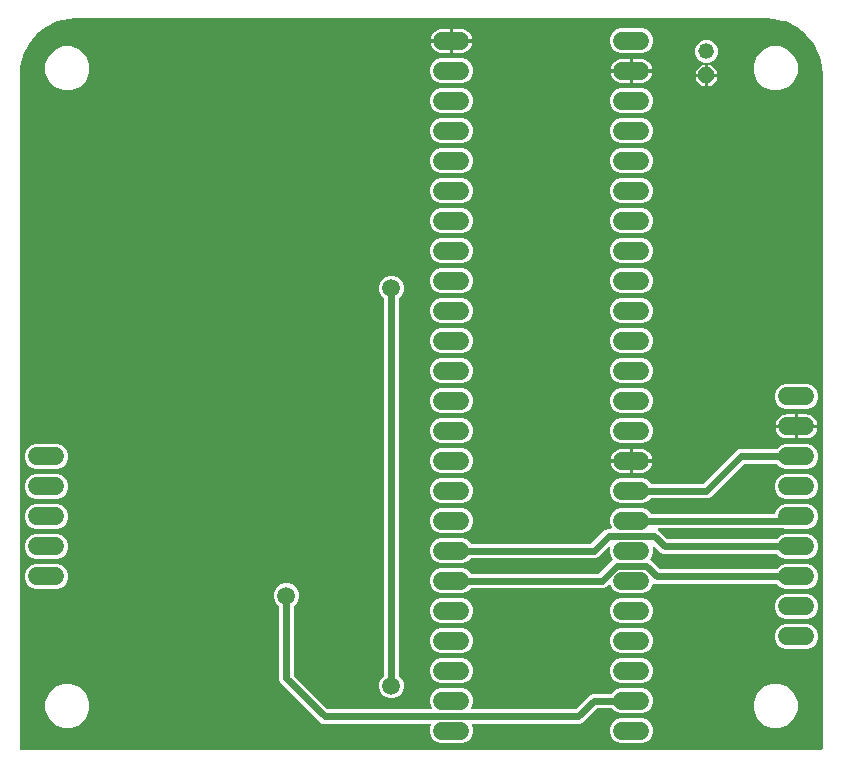
<source format=gbr>
G04 EAGLE Gerber RS-274X export*
G75*
%MOMM*%
%FSLAX34Y34*%
%LPD*%
%INBottom Copper*%
%IPPOS*%
%AMOC8*
5,1,8,0,0,1.08239X$1,22.5*%
G01*
%ADD10P,1.429621X8X292.500000*%
%ADD11C,1.320800*%
%ADD12C,1.524000*%
%ADD13C,1.500000*%
%ADD14C,0.609600*%

G36*
X338910Y3052D02*
X338910Y3052D01*
X338929Y3050D01*
X339031Y3072D01*
X339133Y3088D01*
X339150Y3098D01*
X339170Y3102D01*
X339259Y3155D01*
X339350Y3204D01*
X339364Y3218D01*
X339381Y3228D01*
X339448Y3307D01*
X339520Y3382D01*
X339528Y3400D01*
X339541Y3415D01*
X339580Y3511D01*
X339623Y3605D01*
X339625Y3625D01*
X339633Y3643D01*
X339651Y3810D01*
X339651Y575350D01*
X339649Y575366D01*
X339650Y575393D01*
X339360Y580564D01*
X339353Y580596D01*
X339342Y580691D01*
X337040Y590775D01*
X337040Y590776D01*
X337040Y590778D01*
X336984Y590936D01*
X332496Y600255D01*
X332495Y600256D01*
X332495Y600257D01*
X332405Y600399D01*
X325956Y608486D01*
X325955Y608487D01*
X325955Y608488D01*
X325836Y608606D01*
X317749Y615055D01*
X317748Y615056D01*
X317747Y615057D01*
X317605Y615146D01*
X308286Y619634D01*
X308284Y619634D01*
X308283Y619635D01*
X308125Y619690D01*
X304998Y620404D01*
X304997Y620404D01*
X301662Y621165D01*
X298327Y621926D01*
X298041Y621992D01*
X298009Y621994D01*
X297914Y622010D01*
X292743Y622300D01*
X292726Y622298D01*
X292700Y622301D01*
X-292900Y622301D01*
X-292916Y622299D01*
X-292943Y622300D01*
X-298114Y622010D01*
X-298146Y622003D01*
X-298241Y621992D01*
X-308325Y619690D01*
X-308326Y619690D01*
X-308328Y619690D01*
X-308486Y619634D01*
X-317805Y615146D01*
X-317806Y615145D01*
X-317807Y615145D01*
X-317949Y615055D01*
X-326036Y608606D01*
X-326037Y608605D01*
X-326038Y608605D01*
X-326156Y608486D01*
X-332605Y600399D01*
X-332606Y600398D01*
X-332607Y600397D01*
X-332696Y600255D01*
X-337184Y590936D01*
X-337184Y590934D01*
X-337185Y590933D01*
X-337240Y590775D01*
X-339542Y580691D01*
X-339544Y580659D01*
X-339560Y580564D01*
X-339850Y575393D01*
X-339848Y575376D01*
X-339851Y575350D01*
X-339851Y3810D01*
X-339848Y3790D01*
X-339850Y3771D01*
X-339828Y3669D01*
X-339812Y3567D01*
X-339802Y3550D01*
X-339798Y3530D01*
X-339745Y3441D01*
X-339696Y3350D01*
X-339682Y3336D01*
X-339672Y3319D01*
X-339593Y3252D01*
X-339518Y3180D01*
X-339500Y3172D01*
X-339485Y3159D01*
X-339389Y3120D01*
X-339295Y3077D01*
X-339275Y3075D01*
X-339257Y3067D01*
X-339090Y3049D01*
X338890Y3049D01*
X338910Y3052D01*
G37*
%LPC*%
G36*
X15658Y135381D02*
X15658Y135381D01*
X11737Y137005D01*
X8735Y140007D01*
X7111Y143928D01*
X7111Y148172D01*
X8735Y152093D01*
X11737Y155095D01*
X15658Y156719D01*
X35142Y156719D01*
X39063Y155095D01*
X41788Y152370D01*
X41862Y152317D01*
X41932Y152257D01*
X41962Y152245D01*
X41988Y152226D01*
X42075Y152199D01*
X42160Y152165D01*
X42201Y152161D01*
X42223Y152154D01*
X42255Y152155D01*
X42326Y152147D01*
X150097Y152147D01*
X150187Y152161D01*
X150278Y152169D01*
X150308Y152181D01*
X150340Y152186D01*
X150421Y152229D01*
X150505Y152265D01*
X150537Y152291D01*
X150557Y152302D01*
X150580Y152325D01*
X150635Y152370D01*
X161689Y163423D01*
X161692Y163425D01*
X161735Y163441D01*
X161796Y163489D01*
X161862Y163530D01*
X161891Y163566D01*
X161927Y163594D01*
X161969Y163660D01*
X162019Y163720D01*
X162035Y163763D01*
X162060Y163801D01*
X162079Y163877D01*
X162107Y163949D01*
X162109Y163995D01*
X162120Y164040D01*
X162114Y164117D01*
X162117Y164195D01*
X162104Y164239D01*
X162101Y164285D01*
X162070Y164357D01*
X162049Y164431D01*
X162023Y164469D01*
X162005Y164511D01*
X161919Y164618D01*
X161909Y164633D01*
X161904Y164636D01*
X161900Y164642D01*
X161135Y165407D01*
X159511Y169328D01*
X159511Y173572D01*
X159968Y174675D01*
X159990Y174770D01*
X160019Y174863D01*
X160018Y174889D01*
X160024Y174914D01*
X160015Y175011D01*
X160012Y175108D01*
X160004Y175133D01*
X160001Y175159D01*
X159961Y175248D01*
X159928Y175339D01*
X159912Y175360D01*
X159901Y175384D01*
X159835Y175456D01*
X159774Y175532D01*
X159752Y175546D01*
X159735Y175565D01*
X159649Y175612D01*
X159567Y175665D01*
X159542Y175671D01*
X159519Y175684D01*
X159423Y175701D01*
X159329Y175725D01*
X159303Y175723D01*
X159277Y175727D01*
X159181Y175713D01*
X159084Y175705D01*
X159060Y175695D01*
X159034Y175691D01*
X158947Y175647D01*
X158857Y175609D01*
X158832Y175589D01*
X158814Y175580D01*
X158791Y175556D01*
X158726Y175504D01*
X149504Y166281D01*
X147263Y165353D01*
X42326Y165353D01*
X42236Y165339D01*
X42145Y165331D01*
X42116Y165319D01*
X42084Y165314D01*
X42003Y165271D01*
X41919Y165235D01*
X41887Y165209D01*
X41866Y165198D01*
X41844Y165175D01*
X41788Y165130D01*
X39063Y162405D01*
X35142Y160781D01*
X15658Y160781D01*
X11737Y162405D01*
X8735Y165407D01*
X7111Y169328D01*
X7111Y173572D01*
X8735Y177493D01*
X11737Y180495D01*
X15658Y182119D01*
X35142Y182119D01*
X39063Y180495D01*
X41788Y177770D01*
X41862Y177717D01*
X41932Y177657D01*
X41962Y177645D01*
X41988Y177626D01*
X42075Y177599D01*
X42160Y177565D01*
X42201Y177561D01*
X42223Y177554D01*
X42255Y177555D01*
X42326Y177547D01*
X143209Y177547D01*
X143299Y177561D01*
X143390Y177569D01*
X143420Y177581D01*
X143452Y177586D01*
X143533Y177629D01*
X143617Y177665D01*
X143649Y177691D01*
X143669Y177702D01*
X143692Y177725D01*
X143748Y177770D01*
X155296Y189319D01*
X157537Y190247D01*
X160228Y190247D01*
X160273Y190254D01*
X160319Y190252D01*
X160394Y190274D01*
X160471Y190286D01*
X160511Y190308D01*
X160555Y190321D01*
X160619Y190365D01*
X160688Y190402D01*
X160720Y190435D01*
X160758Y190461D01*
X160804Y190524D01*
X160858Y190580D01*
X160877Y190622D01*
X160904Y190658D01*
X160928Y190732D01*
X160961Y190803D01*
X160966Y190849D01*
X160981Y190892D01*
X160980Y190970D01*
X160988Y191047D01*
X160979Y191092D01*
X160978Y191138D01*
X160940Y191270D01*
X160936Y191288D01*
X160934Y191292D01*
X160931Y191299D01*
X159511Y194728D01*
X159511Y198972D01*
X161135Y202893D01*
X164137Y205895D01*
X168058Y207519D01*
X187542Y207519D01*
X191463Y205895D01*
X194188Y203170D01*
X194262Y203117D01*
X194332Y203057D01*
X194362Y203045D01*
X194388Y203026D01*
X194475Y202999D01*
X194560Y202965D01*
X194601Y202961D01*
X194623Y202954D01*
X194655Y202955D01*
X194726Y202947D01*
X298837Y202947D01*
X298952Y202966D01*
X299068Y202983D01*
X299074Y202985D01*
X299080Y202986D01*
X299182Y203041D01*
X299287Y203094D01*
X299292Y203099D01*
X299297Y203102D01*
X299377Y203186D01*
X299459Y203270D01*
X299463Y203276D01*
X299467Y203280D01*
X299474Y203297D01*
X299540Y203417D01*
X300835Y206543D01*
X303837Y209545D01*
X307758Y211169D01*
X327242Y211169D01*
X331163Y209545D01*
X334165Y206543D01*
X335789Y202622D01*
X335789Y198378D01*
X334165Y194457D01*
X331163Y191455D01*
X327242Y189831D01*
X307758Y189831D01*
X305672Y190695D01*
X305608Y190710D01*
X305547Y190735D01*
X305464Y190744D01*
X305432Y190751D01*
X305413Y190750D01*
X305380Y190753D01*
X200667Y190753D01*
X200571Y190738D01*
X200474Y190728D01*
X200450Y190718D01*
X200424Y190714D01*
X200338Y190668D01*
X200249Y190628D01*
X200230Y190611D01*
X200207Y190598D01*
X200140Y190528D01*
X200068Y190462D01*
X200055Y190439D01*
X200037Y190420D01*
X199996Y190332D01*
X199949Y190246D01*
X199945Y190221D01*
X199934Y190197D01*
X199923Y190100D01*
X199906Y190004D01*
X199910Y189978D01*
X199907Y189953D01*
X199927Y189857D01*
X199942Y189761D01*
X199953Y189738D01*
X199959Y189712D01*
X200009Y189628D01*
X200053Y189542D01*
X200072Y189523D01*
X200085Y189501D01*
X200159Y189438D01*
X200229Y189369D01*
X200257Y189354D01*
X200272Y189341D01*
X200287Y189335D01*
X208202Y181420D01*
X208276Y181367D01*
X208346Y181307D01*
X208376Y181295D01*
X208402Y181276D01*
X208489Y181249D01*
X208574Y181215D01*
X208615Y181211D01*
X208637Y181204D01*
X208669Y181205D01*
X208741Y181197D01*
X300574Y181197D01*
X300664Y181211D01*
X300755Y181219D01*
X300784Y181231D01*
X300816Y181236D01*
X300897Y181279D01*
X300981Y181315D01*
X301013Y181341D01*
X301034Y181352D01*
X301056Y181375D01*
X301112Y181420D01*
X303837Y184145D01*
X307758Y185769D01*
X327242Y185769D01*
X331163Y184145D01*
X334165Y181143D01*
X335789Y177222D01*
X335789Y172978D01*
X334165Y169057D01*
X331163Y166055D01*
X327242Y164431D01*
X307758Y164431D01*
X303837Y166055D01*
X301112Y168780D01*
X301038Y168833D01*
X300968Y168893D01*
X300938Y168905D01*
X300912Y168924D01*
X300825Y168951D01*
X300740Y168985D01*
X300699Y168989D01*
X300677Y168996D01*
X300645Y168995D01*
X300574Y169003D01*
X204687Y169003D01*
X202446Y169931D01*
X196874Y175504D01*
X196795Y175561D01*
X196720Y175623D01*
X196695Y175633D01*
X196674Y175648D01*
X196581Y175677D01*
X196490Y175711D01*
X196464Y175713D01*
X196439Y175720D01*
X196341Y175718D01*
X196244Y175722D01*
X196219Y175715D01*
X196193Y175714D01*
X196101Y175680D01*
X196008Y175653D01*
X195986Y175638D01*
X195962Y175629D01*
X195886Y175569D01*
X195806Y175513D01*
X195790Y175492D01*
X195770Y175476D01*
X195717Y175394D01*
X195659Y175316D01*
X195651Y175291D01*
X195637Y175269D01*
X195613Y175174D01*
X195583Y175082D01*
X195583Y175056D01*
X195577Y175030D01*
X195584Y174933D01*
X195585Y174836D01*
X195594Y174804D01*
X195596Y174785D01*
X195609Y174755D01*
X195632Y174675D01*
X196089Y173572D01*
X196089Y169328D01*
X194465Y165407D01*
X193700Y164642D01*
X193673Y164605D01*
X193640Y164574D01*
X193602Y164506D01*
X193557Y164443D01*
X193543Y164399D01*
X193521Y164358D01*
X193507Y164282D01*
X193484Y164208D01*
X193486Y164162D01*
X193477Y164116D01*
X193489Y164039D01*
X193491Y163962D01*
X193507Y163918D01*
X193513Y163873D01*
X193548Y163804D01*
X193575Y163731D01*
X193604Y163695D01*
X193625Y163654D01*
X193680Y163599D01*
X193729Y163539D01*
X193768Y163514D01*
X193800Y163482D01*
X193917Y163418D01*
X201315Y156020D01*
X201388Y155967D01*
X201458Y155907D01*
X201488Y155895D01*
X201514Y155876D01*
X201601Y155849D01*
X201686Y155815D01*
X201727Y155811D01*
X201749Y155804D01*
X201782Y155805D01*
X201853Y155797D01*
X300574Y155797D01*
X300664Y155811D01*
X300755Y155819D01*
X300784Y155831D01*
X300816Y155836D01*
X300897Y155879D01*
X300981Y155915D01*
X301013Y155941D01*
X301034Y155952D01*
X301056Y155975D01*
X301112Y156020D01*
X303837Y158745D01*
X307758Y160369D01*
X327242Y160369D01*
X331163Y158745D01*
X334165Y155743D01*
X335789Y151822D01*
X335789Y147578D01*
X334165Y143657D01*
X331163Y140655D01*
X327242Y139031D01*
X307758Y139031D01*
X303837Y140655D01*
X301112Y143380D01*
X301038Y143433D01*
X300968Y143493D01*
X300938Y143505D01*
X300912Y143524D01*
X300825Y143551D01*
X300740Y143585D01*
X300699Y143589D01*
X300677Y143596D01*
X300645Y143595D01*
X300574Y143603D01*
X197799Y143603D01*
X196928Y143964D01*
X196908Y143969D01*
X196891Y143978D01*
X196789Y143997D01*
X196688Y144020D01*
X196669Y144019D01*
X196649Y144022D01*
X196546Y144007D01*
X196443Y143997D01*
X196425Y143989D01*
X196406Y143986D01*
X196313Y143939D01*
X196219Y143897D01*
X196204Y143884D01*
X196186Y143875D01*
X196114Y143801D01*
X196038Y143731D01*
X196028Y143714D01*
X196014Y143699D01*
X195933Y143552D01*
X194465Y140007D01*
X191463Y137005D01*
X187542Y135381D01*
X168058Y135381D01*
X164137Y137005D01*
X161135Y140007D01*
X159926Y142927D01*
X159902Y142966D01*
X159886Y143009D01*
X159837Y143070D01*
X159796Y143136D01*
X159761Y143166D01*
X159732Y143201D01*
X159667Y143243D01*
X159607Y143293D01*
X159564Y143310D01*
X159525Y143334D01*
X159450Y143353D01*
X159377Y143381D01*
X159331Y143383D01*
X159287Y143394D01*
X159209Y143388D01*
X159131Y143392D01*
X159087Y143379D01*
X159041Y143375D01*
X158970Y143345D01*
X158895Y143323D01*
X158857Y143297D01*
X158815Y143279D01*
X158708Y143194D01*
X158693Y143183D01*
X158690Y143179D01*
X158684Y143174D01*
X156391Y140881D01*
X154151Y139953D01*
X42326Y139953D01*
X42236Y139939D01*
X42145Y139931D01*
X42116Y139919D01*
X42084Y139914D01*
X42003Y139871D01*
X41919Y139835D01*
X41887Y139809D01*
X41866Y139798D01*
X41844Y139775D01*
X41788Y139730D01*
X39063Y137005D01*
X35142Y135381D01*
X15658Y135381D01*
G37*
%LPD*%
%LPC*%
G36*
X15658Y8381D02*
X15658Y8381D01*
X11737Y10005D01*
X8735Y13007D01*
X7111Y16928D01*
X7111Y21172D01*
X8321Y24093D01*
X8330Y24133D01*
X8342Y24159D01*
X8343Y24162D01*
X8351Y24179D01*
X8359Y24256D01*
X8377Y24332D01*
X8373Y24378D01*
X8378Y24423D01*
X8361Y24500D01*
X8354Y24577D01*
X8335Y24619D01*
X8326Y24664D01*
X8286Y24731D01*
X8254Y24802D01*
X8223Y24836D01*
X8199Y24875D01*
X8140Y24926D01*
X8088Y24983D01*
X8047Y25005D01*
X8013Y25035D01*
X7940Y25064D01*
X7872Y25101D01*
X7827Y25110D01*
X7784Y25127D01*
X7648Y25142D01*
X7630Y25145D01*
X7625Y25144D01*
X7618Y25145D01*
X-83255Y25145D01*
X-85496Y26073D01*
X-119469Y60046D01*
X-120397Y62287D01*
X-120397Y124213D01*
X-120411Y124303D01*
X-120419Y124394D01*
X-120431Y124424D01*
X-120436Y124456D01*
X-120479Y124537D01*
X-120515Y124621D01*
X-120541Y124653D01*
X-120552Y124673D01*
X-120575Y124696D01*
X-120620Y124752D01*
X-123243Y127375D01*
X-124849Y131252D01*
X-124849Y135448D01*
X-123243Y139325D01*
X-120275Y142293D01*
X-116398Y143899D01*
X-112202Y143899D01*
X-108325Y142293D01*
X-105357Y139325D01*
X-103751Y135448D01*
X-103751Y131252D01*
X-105357Y127375D01*
X-107980Y124752D01*
X-108033Y124678D01*
X-108093Y124608D01*
X-108105Y124578D01*
X-108124Y124552D01*
X-108151Y124465D01*
X-108185Y124380D01*
X-108189Y124339D01*
X-108196Y124317D01*
X-108195Y124285D01*
X-108203Y124213D01*
X-108203Y66341D01*
X-108189Y66251D01*
X-108181Y66160D01*
X-108169Y66130D01*
X-108164Y66098D01*
X-108121Y66017D01*
X-108085Y65933D01*
X-108059Y65901D01*
X-108048Y65881D01*
X-108025Y65858D01*
X-107980Y65802D01*
X-79740Y37562D01*
X-79666Y37509D01*
X-79596Y37449D01*
X-79566Y37437D01*
X-79540Y37418D01*
X-79453Y37391D01*
X-79368Y37357D01*
X-79327Y37353D01*
X-79305Y37346D01*
X-79273Y37347D01*
X-79201Y37339D01*
X8039Y37339D01*
X8084Y37346D01*
X8130Y37344D01*
X8205Y37366D01*
X8281Y37378D01*
X8322Y37400D01*
X8366Y37413D01*
X8430Y37457D01*
X8499Y37494D01*
X8530Y37527D01*
X8568Y37553D01*
X8614Y37616D01*
X8668Y37672D01*
X8687Y37714D01*
X8715Y37750D01*
X8739Y37824D01*
X8772Y37895D01*
X8777Y37941D01*
X8791Y37984D01*
X8790Y38062D01*
X8799Y38139D01*
X8789Y38184D01*
X8789Y38230D01*
X8750Y38362D01*
X8747Y38380D01*
X8744Y38384D01*
X8742Y38391D01*
X7111Y42328D01*
X7111Y46572D01*
X8735Y50493D01*
X11737Y53495D01*
X15658Y55119D01*
X35142Y55119D01*
X39063Y53495D01*
X42065Y50493D01*
X43689Y46572D01*
X43689Y42328D01*
X42058Y38391D01*
X42048Y38347D01*
X42028Y38305D01*
X42020Y38228D01*
X42002Y38152D01*
X42006Y38106D01*
X42001Y38061D01*
X42018Y37984D01*
X42025Y37907D01*
X42044Y37865D01*
X42053Y37820D01*
X42093Y37753D01*
X42125Y37682D01*
X42156Y37648D01*
X42180Y37609D01*
X42239Y37558D01*
X42291Y37501D01*
X42332Y37479D01*
X42367Y37449D01*
X42439Y37420D01*
X42507Y37383D01*
X42552Y37374D01*
X42595Y37357D01*
X42731Y37342D01*
X42749Y37339D01*
X42754Y37340D01*
X42761Y37339D01*
X130001Y37339D01*
X130091Y37353D01*
X130182Y37361D01*
X130212Y37373D01*
X130244Y37378D01*
X130325Y37421D01*
X130409Y37457D01*
X130441Y37483D01*
X130461Y37494D01*
X130484Y37517D01*
X130540Y37562D01*
X142596Y49619D01*
X144837Y50547D01*
X160874Y50547D01*
X160964Y50561D01*
X161055Y50569D01*
X161084Y50581D01*
X161116Y50586D01*
X161197Y50629D01*
X161281Y50665D01*
X161313Y50691D01*
X161334Y50702D01*
X161356Y50725D01*
X161412Y50770D01*
X164137Y53495D01*
X168058Y55119D01*
X187542Y55119D01*
X191463Y53495D01*
X194465Y50493D01*
X196089Y46572D01*
X196089Y42328D01*
X194465Y38407D01*
X191463Y35405D01*
X187542Y33781D01*
X168058Y33781D01*
X164137Y35405D01*
X161412Y38130D01*
X161338Y38183D01*
X161268Y38243D01*
X161238Y38255D01*
X161212Y38274D01*
X161125Y38301D01*
X161040Y38335D01*
X160999Y38339D01*
X160977Y38346D01*
X160945Y38345D01*
X160874Y38353D01*
X148891Y38353D01*
X148801Y38339D01*
X148710Y38331D01*
X148680Y38319D01*
X148648Y38314D01*
X148567Y38271D01*
X148483Y38235D01*
X148451Y38209D01*
X148431Y38198D01*
X148408Y38175D01*
X148352Y38130D01*
X136296Y26073D01*
X134055Y25145D01*
X43182Y25145D01*
X43137Y25138D01*
X43091Y25140D01*
X43016Y25118D01*
X42940Y25106D01*
X42899Y25084D01*
X42855Y25071D01*
X42791Y25027D01*
X42722Y24990D01*
X42691Y24957D01*
X42653Y24931D01*
X42606Y24868D01*
X42553Y24812D01*
X42533Y24770D01*
X42506Y24734D01*
X42482Y24660D01*
X42449Y24589D01*
X42444Y24543D01*
X42430Y24500D01*
X42431Y24422D01*
X42422Y24345D01*
X42432Y24300D01*
X42432Y24254D01*
X42470Y24122D01*
X42474Y24104D01*
X42477Y24100D01*
X42479Y24093D01*
X43689Y21172D01*
X43689Y16928D01*
X42065Y13007D01*
X39063Y10005D01*
X35142Y8381D01*
X15658Y8381D01*
G37*
%LPD*%
%LPC*%
G36*
X-27498Y46601D02*
X-27498Y46601D01*
X-31375Y48207D01*
X-34343Y51175D01*
X-35949Y55052D01*
X-35949Y59248D01*
X-34343Y63125D01*
X-31720Y65748D01*
X-31667Y65822D01*
X-31607Y65892D01*
X-31595Y65922D01*
X-31576Y65948D01*
X-31549Y66035D01*
X-31515Y66120D01*
X-31511Y66161D01*
X-31504Y66183D01*
X-31505Y66215D01*
X-31497Y66287D01*
X-31497Y384563D01*
X-31511Y384653D01*
X-31519Y384744D01*
X-31531Y384774D01*
X-31536Y384806D01*
X-31579Y384887D01*
X-31615Y384971D01*
X-31641Y385003D01*
X-31652Y385023D01*
X-31675Y385046D01*
X-31720Y385102D01*
X-34343Y387725D01*
X-35949Y391602D01*
X-35949Y395798D01*
X-34343Y399675D01*
X-31375Y402643D01*
X-27498Y404249D01*
X-23302Y404249D01*
X-19425Y402643D01*
X-16457Y399675D01*
X-14851Y395798D01*
X-14851Y391602D01*
X-16457Y387725D01*
X-19080Y385102D01*
X-19133Y385028D01*
X-19193Y384958D01*
X-19205Y384928D01*
X-19224Y384902D01*
X-19251Y384815D01*
X-19285Y384730D01*
X-19289Y384689D01*
X-19296Y384667D01*
X-19295Y384635D01*
X-19303Y384563D01*
X-19303Y66287D01*
X-19289Y66197D01*
X-19281Y66106D01*
X-19269Y66076D01*
X-19264Y66044D01*
X-19221Y65963D01*
X-19185Y65879D01*
X-19159Y65847D01*
X-19148Y65827D01*
X-19125Y65804D01*
X-19080Y65748D01*
X-16457Y63125D01*
X-14851Y59248D01*
X-14851Y55052D01*
X-16457Y51175D01*
X-19425Y48207D01*
X-23302Y46601D01*
X-27498Y46601D01*
G37*
%LPD*%
%LPC*%
G36*
X168058Y211581D02*
X168058Y211581D01*
X164137Y213205D01*
X161135Y216207D01*
X159511Y220128D01*
X159511Y224372D01*
X161135Y228293D01*
X164137Y231295D01*
X168058Y232919D01*
X187542Y232919D01*
X191463Y231295D01*
X194188Y228570D01*
X194262Y228517D01*
X194332Y228457D01*
X194362Y228445D01*
X194388Y228426D01*
X194475Y228399D01*
X194560Y228365D01*
X194601Y228361D01*
X194623Y228354D01*
X194655Y228355D01*
X194726Y228347D01*
X238459Y228347D01*
X238549Y228361D01*
X238640Y228369D01*
X238670Y228381D01*
X238702Y228386D01*
X238783Y228429D01*
X238867Y228465D01*
X238899Y228491D01*
X238919Y228502D01*
X238942Y228525D01*
X238998Y228570D01*
X266896Y256469D01*
X269137Y257397D01*
X300574Y257397D01*
X300664Y257411D01*
X300755Y257419D01*
X300784Y257431D01*
X300816Y257436D01*
X300897Y257479D01*
X300981Y257515D01*
X301013Y257541D01*
X301034Y257552D01*
X301056Y257575D01*
X301112Y257620D01*
X303837Y260345D01*
X307758Y261969D01*
X327242Y261969D01*
X331163Y260345D01*
X334165Y257343D01*
X335789Y253422D01*
X335789Y249178D01*
X334165Y245257D01*
X331163Y242255D01*
X327242Y240631D01*
X307758Y240631D01*
X303837Y242255D01*
X301112Y244980D01*
X301038Y245033D01*
X300968Y245093D01*
X300938Y245105D01*
X300912Y245124D01*
X300825Y245151D01*
X300740Y245185D01*
X300699Y245189D01*
X300677Y245196D01*
X300645Y245195D01*
X300574Y245203D01*
X273191Y245203D01*
X273101Y245189D01*
X273010Y245181D01*
X272980Y245169D01*
X272948Y245164D01*
X272867Y245121D01*
X272783Y245085D01*
X272751Y245059D01*
X272731Y245048D01*
X272708Y245025D01*
X272652Y244980D01*
X244754Y217081D01*
X242513Y216153D01*
X194726Y216153D01*
X194636Y216139D01*
X194545Y216131D01*
X194516Y216119D01*
X194484Y216114D01*
X194403Y216071D01*
X194319Y216035D01*
X194287Y216009D01*
X194266Y215998D01*
X194244Y215975D01*
X194188Y215930D01*
X191463Y213205D01*
X187542Y211581D01*
X168058Y211581D01*
G37*
%LPD*%
%LPC*%
G36*
X-303690Y561451D02*
X-303690Y561451D01*
X-310507Y564275D01*
X-315725Y569493D01*
X-318549Y576310D01*
X-318549Y583690D01*
X-315725Y590507D01*
X-310507Y595725D01*
X-303690Y598549D01*
X-296310Y598549D01*
X-289493Y595725D01*
X-284275Y590507D01*
X-281451Y583690D01*
X-281451Y576310D01*
X-284275Y569493D01*
X-289493Y564275D01*
X-296310Y561451D01*
X-303690Y561451D01*
G37*
%LPD*%
%LPC*%
G36*
X-303690Y21451D02*
X-303690Y21451D01*
X-310507Y24275D01*
X-315725Y29493D01*
X-318549Y36310D01*
X-318549Y43690D01*
X-315725Y50507D01*
X-310507Y55725D01*
X-303690Y58549D01*
X-296310Y58549D01*
X-289493Y55725D01*
X-284275Y50507D01*
X-281451Y43690D01*
X-281451Y36310D01*
X-284275Y29493D01*
X-289493Y24275D01*
X-296310Y21451D01*
X-303690Y21451D01*
G37*
%LPD*%
%LPC*%
G36*
X296310Y21451D02*
X296310Y21451D01*
X289493Y24275D01*
X284275Y29493D01*
X281451Y36310D01*
X281451Y43690D01*
X284275Y50507D01*
X289493Y55725D01*
X296310Y58549D01*
X303690Y58549D01*
X310507Y55725D01*
X315725Y50507D01*
X318549Y43690D01*
X318549Y36310D01*
X315725Y29493D01*
X310507Y24275D01*
X303690Y21451D01*
X296310Y21451D01*
G37*
%LPD*%
%LPC*%
G36*
X296310Y561451D02*
X296310Y561451D01*
X289493Y564275D01*
X284275Y569493D01*
X281451Y576310D01*
X281451Y583690D01*
X284275Y590507D01*
X289493Y595725D01*
X296310Y598549D01*
X303690Y598549D01*
X310507Y595725D01*
X315725Y590507D01*
X318549Y583690D01*
X318549Y576310D01*
X315725Y569493D01*
X310507Y564275D01*
X303690Y561451D01*
X296310Y561451D01*
G37*
%LPD*%
%LPC*%
G36*
X168058Y592581D02*
X168058Y592581D01*
X164137Y594205D01*
X161135Y597207D01*
X159511Y601128D01*
X159511Y605372D01*
X161135Y609293D01*
X164137Y612295D01*
X168058Y613919D01*
X187542Y613919D01*
X191463Y612295D01*
X194465Y609293D01*
X196089Y605372D01*
X196089Y601128D01*
X194465Y597207D01*
X191463Y594205D01*
X187542Y592581D01*
X168058Y592581D01*
G37*
%LPD*%
%LPC*%
G36*
X15658Y186181D02*
X15658Y186181D01*
X11737Y187805D01*
X8735Y190807D01*
X7111Y194728D01*
X7111Y198972D01*
X8735Y202893D01*
X11737Y205895D01*
X15658Y207519D01*
X35142Y207519D01*
X39063Y205895D01*
X42065Y202893D01*
X43689Y198972D01*
X43689Y194728D01*
X42065Y190807D01*
X39063Y187805D01*
X35142Y186181D01*
X15658Y186181D01*
G37*
%LPD*%
%LPC*%
G36*
X-327242Y164431D02*
X-327242Y164431D01*
X-331163Y166055D01*
X-334165Y169057D01*
X-335789Y172978D01*
X-335789Y177222D01*
X-334165Y181143D01*
X-331163Y184145D01*
X-327242Y185769D01*
X-307758Y185769D01*
X-303837Y184145D01*
X-300835Y181143D01*
X-299211Y177222D01*
X-299211Y172978D01*
X-300835Y169057D01*
X-303837Y166055D01*
X-307758Y164431D01*
X-327242Y164431D01*
G37*
%LPD*%
%LPC*%
G36*
X-327242Y139031D02*
X-327242Y139031D01*
X-331163Y140655D01*
X-334165Y143657D01*
X-335789Y147578D01*
X-335789Y151822D01*
X-334165Y155743D01*
X-331163Y158745D01*
X-327242Y160369D01*
X-307758Y160369D01*
X-303837Y158745D01*
X-300835Y155743D01*
X-299211Y151822D01*
X-299211Y147578D01*
X-300835Y143657D01*
X-303837Y140655D01*
X-307758Y139031D01*
X-327242Y139031D01*
G37*
%LPD*%
%LPC*%
G36*
X168058Y8381D02*
X168058Y8381D01*
X164137Y10005D01*
X161135Y13007D01*
X159511Y16928D01*
X159511Y21172D01*
X161135Y25093D01*
X164137Y28095D01*
X168058Y29719D01*
X187542Y29719D01*
X191463Y28095D01*
X194465Y25093D01*
X196089Y21172D01*
X196089Y16928D01*
X194465Y13007D01*
X191463Y10005D01*
X187542Y8381D01*
X168058Y8381D01*
G37*
%LPD*%
%LPC*%
G36*
X168058Y109981D02*
X168058Y109981D01*
X164137Y111605D01*
X161135Y114607D01*
X159511Y118528D01*
X159511Y122772D01*
X161135Y126693D01*
X164137Y129695D01*
X168058Y131319D01*
X187542Y131319D01*
X191463Y129695D01*
X194465Y126693D01*
X196089Y122772D01*
X196089Y118528D01*
X194465Y114607D01*
X191463Y111605D01*
X187542Y109981D01*
X168058Y109981D01*
G37*
%LPD*%
%LPC*%
G36*
X15658Y109981D02*
X15658Y109981D01*
X11737Y111605D01*
X8735Y114607D01*
X7111Y118528D01*
X7111Y122772D01*
X8735Y126693D01*
X11737Y129695D01*
X15658Y131319D01*
X35142Y131319D01*
X39063Y129695D01*
X42065Y126693D01*
X43689Y122772D01*
X43689Y118528D01*
X42065Y114607D01*
X39063Y111605D01*
X35142Y109981D01*
X15658Y109981D01*
G37*
%LPD*%
%LPC*%
G36*
X15658Y567181D02*
X15658Y567181D01*
X11737Y568805D01*
X8735Y571807D01*
X7111Y575728D01*
X7111Y579972D01*
X8735Y583893D01*
X11737Y586895D01*
X15658Y588519D01*
X35142Y588519D01*
X39063Y586895D01*
X42065Y583893D01*
X43689Y579972D01*
X43689Y575728D01*
X42065Y571807D01*
X39063Y568805D01*
X35142Y567181D01*
X15658Y567181D01*
G37*
%LPD*%
%LPC*%
G36*
X307758Y88231D02*
X307758Y88231D01*
X303837Y89855D01*
X300835Y92857D01*
X299211Y96778D01*
X299211Y101022D01*
X300835Y104943D01*
X303837Y107945D01*
X307758Y109569D01*
X327242Y109569D01*
X331163Y107945D01*
X334165Y104943D01*
X335789Y101022D01*
X335789Y96778D01*
X334165Y92857D01*
X331163Y89855D01*
X327242Y88231D01*
X307758Y88231D01*
G37*
%LPD*%
%LPC*%
G36*
X168058Y84581D02*
X168058Y84581D01*
X164137Y86205D01*
X161135Y89207D01*
X159511Y93128D01*
X159511Y97372D01*
X161135Y101293D01*
X164137Y104295D01*
X168058Y105919D01*
X187542Y105919D01*
X191463Y104295D01*
X194465Y101293D01*
X196089Y97372D01*
X196089Y93128D01*
X194465Y89207D01*
X191463Y86205D01*
X187542Y84581D01*
X168058Y84581D01*
G37*
%LPD*%
%LPC*%
G36*
X15658Y84581D02*
X15658Y84581D01*
X11737Y86205D01*
X8735Y89207D01*
X7111Y93128D01*
X7111Y97372D01*
X8735Y101293D01*
X11737Y104295D01*
X15658Y105919D01*
X35142Y105919D01*
X39063Y104295D01*
X42065Y101293D01*
X43689Y97372D01*
X43689Y93128D01*
X42065Y89207D01*
X39063Y86205D01*
X35142Y84581D01*
X15658Y84581D01*
G37*
%LPD*%
%LPC*%
G36*
X168058Y59181D02*
X168058Y59181D01*
X164137Y60805D01*
X161135Y63807D01*
X159511Y67728D01*
X159511Y71972D01*
X161135Y75893D01*
X164137Y78895D01*
X168058Y80519D01*
X187542Y80519D01*
X191463Y78895D01*
X194465Y75893D01*
X196089Y71972D01*
X196089Y67728D01*
X194465Y63807D01*
X191463Y60805D01*
X187542Y59181D01*
X168058Y59181D01*
G37*
%LPD*%
%LPC*%
G36*
X15658Y59181D02*
X15658Y59181D01*
X11737Y60805D01*
X8735Y63807D01*
X7111Y67728D01*
X7111Y71972D01*
X8735Y75893D01*
X11737Y78895D01*
X15658Y80519D01*
X35142Y80519D01*
X39063Y78895D01*
X42065Y75893D01*
X43689Y71972D01*
X43689Y67728D01*
X42065Y63807D01*
X39063Y60805D01*
X35142Y59181D01*
X15658Y59181D01*
G37*
%LPD*%
%LPC*%
G36*
X168058Y541781D02*
X168058Y541781D01*
X164137Y543405D01*
X161135Y546407D01*
X159511Y550328D01*
X159511Y554572D01*
X161135Y558493D01*
X164137Y561495D01*
X168058Y563119D01*
X187542Y563119D01*
X191463Y561495D01*
X194465Y558493D01*
X196089Y554572D01*
X196089Y550328D01*
X194465Y546407D01*
X191463Y543405D01*
X187542Y541781D01*
X168058Y541781D01*
G37*
%LPD*%
%LPC*%
G36*
X15658Y541781D02*
X15658Y541781D01*
X11737Y543405D01*
X8735Y546407D01*
X7111Y550328D01*
X7111Y554572D01*
X8735Y558493D01*
X11737Y561495D01*
X15658Y563119D01*
X35142Y563119D01*
X39063Y561495D01*
X42065Y558493D01*
X43689Y554572D01*
X43689Y550328D01*
X42065Y546407D01*
X39063Y543405D01*
X35142Y541781D01*
X15658Y541781D01*
G37*
%LPD*%
%LPC*%
G36*
X168058Y516381D02*
X168058Y516381D01*
X164137Y518005D01*
X161135Y521007D01*
X159511Y524928D01*
X159511Y529172D01*
X161135Y533093D01*
X164137Y536095D01*
X168058Y537719D01*
X187542Y537719D01*
X191463Y536095D01*
X194465Y533093D01*
X196089Y529172D01*
X196089Y524928D01*
X194465Y521007D01*
X191463Y518005D01*
X187542Y516381D01*
X168058Y516381D01*
G37*
%LPD*%
%LPC*%
G36*
X15658Y516381D02*
X15658Y516381D01*
X11737Y518005D01*
X8735Y521007D01*
X7111Y524928D01*
X7111Y529172D01*
X8735Y533093D01*
X11737Y536095D01*
X15658Y537719D01*
X35142Y537719D01*
X39063Y536095D01*
X42065Y533093D01*
X43689Y529172D01*
X43689Y524928D01*
X42065Y521007D01*
X39063Y518005D01*
X35142Y516381D01*
X15658Y516381D01*
G37*
%LPD*%
%LPC*%
G36*
X15658Y490981D02*
X15658Y490981D01*
X11737Y492605D01*
X8735Y495607D01*
X7111Y499528D01*
X7111Y503772D01*
X8735Y507693D01*
X11737Y510695D01*
X15658Y512319D01*
X35142Y512319D01*
X39063Y510695D01*
X42065Y507693D01*
X43689Y503772D01*
X43689Y499528D01*
X42065Y495607D01*
X39063Y492605D01*
X35142Y490981D01*
X15658Y490981D01*
G37*
%LPD*%
%LPC*%
G36*
X168058Y490981D02*
X168058Y490981D01*
X164137Y492605D01*
X161135Y495607D01*
X159511Y499528D01*
X159511Y503772D01*
X161135Y507693D01*
X164137Y510695D01*
X168058Y512319D01*
X187542Y512319D01*
X191463Y510695D01*
X194465Y507693D01*
X196089Y503772D01*
X196089Y499528D01*
X194465Y495607D01*
X191463Y492605D01*
X187542Y490981D01*
X168058Y490981D01*
G37*
%LPD*%
%LPC*%
G36*
X168058Y465581D02*
X168058Y465581D01*
X164137Y467205D01*
X161135Y470207D01*
X159511Y474128D01*
X159511Y478372D01*
X161135Y482293D01*
X164137Y485295D01*
X168058Y486919D01*
X187542Y486919D01*
X191463Y485295D01*
X194465Y482293D01*
X196089Y478372D01*
X196089Y474128D01*
X194465Y470207D01*
X191463Y467205D01*
X187542Y465581D01*
X168058Y465581D01*
G37*
%LPD*%
%LPC*%
G36*
X15658Y465581D02*
X15658Y465581D01*
X11737Y467205D01*
X8735Y470207D01*
X7111Y474128D01*
X7111Y478372D01*
X8735Y482293D01*
X11737Y485295D01*
X15658Y486919D01*
X35142Y486919D01*
X39063Y485295D01*
X42065Y482293D01*
X43689Y478372D01*
X43689Y474128D01*
X42065Y470207D01*
X39063Y467205D01*
X35142Y465581D01*
X15658Y465581D01*
G37*
%LPD*%
%LPC*%
G36*
X168058Y440181D02*
X168058Y440181D01*
X164137Y441805D01*
X161135Y444807D01*
X159511Y448728D01*
X159511Y452972D01*
X161135Y456893D01*
X164137Y459895D01*
X168058Y461519D01*
X187542Y461519D01*
X191463Y459895D01*
X194465Y456893D01*
X196089Y452972D01*
X196089Y448728D01*
X194465Y444807D01*
X191463Y441805D01*
X187542Y440181D01*
X168058Y440181D01*
G37*
%LPD*%
%LPC*%
G36*
X15658Y440181D02*
X15658Y440181D01*
X11737Y441805D01*
X8735Y444807D01*
X7111Y448728D01*
X7111Y452972D01*
X8735Y456893D01*
X11737Y459895D01*
X15658Y461519D01*
X35142Y461519D01*
X39063Y459895D01*
X42065Y456893D01*
X43689Y452972D01*
X43689Y448728D01*
X42065Y444807D01*
X39063Y441805D01*
X35142Y440181D01*
X15658Y440181D01*
G37*
%LPD*%
%LPC*%
G36*
X168058Y414781D02*
X168058Y414781D01*
X164137Y416405D01*
X161135Y419407D01*
X159511Y423328D01*
X159511Y427572D01*
X161135Y431493D01*
X164137Y434495D01*
X168058Y436119D01*
X187542Y436119D01*
X191463Y434495D01*
X194465Y431493D01*
X196089Y427572D01*
X196089Y423328D01*
X194465Y419407D01*
X191463Y416405D01*
X187542Y414781D01*
X168058Y414781D01*
G37*
%LPD*%
%LPC*%
G36*
X15658Y414781D02*
X15658Y414781D01*
X11737Y416405D01*
X8735Y419407D01*
X7111Y423328D01*
X7111Y427572D01*
X8735Y431493D01*
X11737Y434495D01*
X15658Y436119D01*
X35142Y436119D01*
X39063Y434495D01*
X42065Y431493D01*
X43689Y427572D01*
X43689Y423328D01*
X42065Y419407D01*
X39063Y416405D01*
X35142Y414781D01*
X15658Y414781D01*
G37*
%LPD*%
%LPC*%
G36*
X168058Y389381D02*
X168058Y389381D01*
X164137Y391005D01*
X161135Y394007D01*
X159511Y397928D01*
X159511Y402172D01*
X161135Y406093D01*
X164137Y409095D01*
X168058Y410719D01*
X187542Y410719D01*
X191463Y409095D01*
X194465Y406093D01*
X196089Y402172D01*
X196089Y397928D01*
X194465Y394007D01*
X191463Y391005D01*
X187542Y389381D01*
X168058Y389381D01*
G37*
%LPD*%
%LPC*%
G36*
X15658Y389381D02*
X15658Y389381D01*
X11737Y391005D01*
X8735Y394007D01*
X7111Y397928D01*
X7111Y402172D01*
X8735Y406093D01*
X11737Y409095D01*
X15658Y410719D01*
X35142Y410719D01*
X39063Y409095D01*
X42065Y406093D01*
X43689Y402172D01*
X43689Y397928D01*
X42065Y394007D01*
X39063Y391005D01*
X35142Y389381D01*
X15658Y389381D01*
G37*
%LPD*%
%LPC*%
G36*
X168058Y363981D02*
X168058Y363981D01*
X164137Y365605D01*
X161135Y368607D01*
X159511Y372528D01*
X159511Y376772D01*
X161135Y380693D01*
X164137Y383695D01*
X168058Y385319D01*
X187542Y385319D01*
X191463Y383695D01*
X194465Y380693D01*
X196089Y376772D01*
X196089Y372528D01*
X194465Y368607D01*
X191463Y365605D01*
X187542Y363981D01*
X168058Y363981D01*
G37*
%LPD*%
%LPC*%
G36*
X15658Y363981D02*
X15658Y363981D01*
X11737Y365605D01*
X8735Y368607D01*
X7111Y372528D01*
X7111Y376772D01*
X8735Y380693D01*
X11737Y383695D01*
X15658Y385319D01*
X35142Y385319D01*
X39063Y383695D01*
X42065Y380693D01*
X43689Y376772D01*
X43689Y372528D01*
X42065Y368607D01*
X39063Y365605D01*
X35142Y363981D01*
X15658Y363981D01*
G37*
%LPD*%
%LPC*%
G36*
X168058Y338581D02*
X168058Y338581D01*
X164137Y340205D01*
X161135Y343207D01*
X159511Y347128D01*
X159511Y351372D01*
X161135Y355293D01*
X164137Y358295D01*
X168058Y359919D01*
X187542Y359919D01*
X191463Y358295D01*
X194465Y355293D01*
X196089Y351372D01*
X196089Y347128D01*
X194465Y343207D01*
X191463Y340205D01*
X187542Y338581D01*
X168058Y338581D01*
G37*
%LPD*%
%LPC*%
G36*
X15658Y338581D02*
X15658Y338581D01*
X11737Y340205D01*
X8735Y343207D01*
X7111Y347128D01*
X7111Y351372D01*
X8735Y355293D01*
X11737Y358295D01*
X15658Y359919D01*
X35142Y359919D01*
X39063Y358295D01*
X42065Y355293D01*
X43689Y351372D01*
X43689Y347128D01*
X42065Y343207D01*
X39063Y340205D01*
X35142Y338581D01*
X15658Y338581D01*
G37*
%LPD*%
%LPC*%
G36*
X168058Y313181D02*
X168058Y313181D01*
X164137Y314805D01*
X161135Y317807D01*
X159511Y321728D01*
X159511Y325972D01*
X161135Y329893D01*
X164137Y332895D01*
X168058Y334519D01*
X187542Y334519D01*
X191463Y332895D01*
X194465Y329893D01*
X196089Y325972D01*
X196089Y321728D01*
X194465Y317807D01*
X191463Y314805D01*
X187542Y313181D01*
X168058Y313181D01*
G37*
%LPD*%
%LPC*%
G36*
X15658Y313181D02*
X15658Y313181D01*
X11737Y314805D01*
X8735Y317807D01*
X7111Y321728D01*
X7111Y325972D01*
X8735Y329893D01*
X11737Y332895D01*
X15658Y334519D01*
X35142Y334519D01*
X39063Y332895D01*
X42065Y329893D01*
X43689Y325972D01*
X43689Y321728D01*
X42065Y317807D01*
X39063Y314805D01*
X35142Y313181D01*
X15658Y313181D01*
G37*
%LPD*%
%LPC*%
G36*
X307758Y291431D02*
X307758Y291431D01*
X303837Y293055D01*
X300835Y296057D01*
X299211Y299978D01*
X299211Y304222D01*
X300835Y308143D01*
X303837Y311145D01*
X307758Y312769D01*
X327242Y312769D01*
X331163Y311145D01*
X334165Y308143D01*
X335789Y304222D01*
X335789Y299978D01*
X334165Y296057D01*
X331163Y293055D01*
X327242Y291431D01*
X307758Y291431D01*
G37*
%LPD*%
%LPC*%
G36*
X168058Y287781D02*
X168058Y287781D01*
X164137Y289405D01*
X161135Y292407D01*
X159511Y296328D01*
X159511Y300572D01*
X161135Y304493D01*
X164137Y307495D01*
X168058Y309119D01*
X187542Y309119D01*
X191463Y307495D01*
X194465Y304493D01*
X196089Y300572D01*
X196089Y296328D01*
X194465Y292407D01*
X191463Y289405D01*
X187542Y287781D01*
X168058Y287781D01*
G37*
%LPD*%
%LPC*%
G36*
X15658Y287781D02*
X15658Y287781D01*
X11737Y289405D01*
X8735Y292407D01*
X7111Y296328D01*
X7111Y300572D01*
X8735Y304493D01*
X11737Y307495D01*
X15658Y309119D01*
X35142Y309119D01*
X39063Y307495D01*
X42065Y304493D01*
X43689Y300572D01*
X43689Y296328D01*
X42065Y292407D01*
X39063Y289405D01*
X35142Y287781D01*
X15658Y287781D01*
G37*
%LPD*%
%LPC*%
G36*
X168058Y262381D02*
X168058Y262381D01*
X164137Y264005D01*
X161135Y267007D01*
X159511Y270928D01*
X159511Y275172D01*
X161135Y279093D01*
X164137Y282095D01*
X168058Y283719D01*
X187542Y283719D01*
X191463Y282095D01*
X194465Y279093D01*
X196089Y275172D01*
X196089Y270928D01*
X194465Y267007D01*
X191463Y264005D01*
X187542Y262381D01*
X168058Y262381D01*
G37*
%LPD*%
%LPC*%
G36*
X15658Y262381D02*
X15658Y262381D01*
X11737Y264005D01*
X8735Y267007D01*
X7111Y270928D01*
X7111Y275172D01*
X8735Y279093D01*
X11737Y282095D01*
X15658Y283719D01*
X35142Y283719D01*
X39063Y282095D01*
X42065Y279093D01*
X43689Y275172D01*
X43689Y270928D01*
X42065Y267007D01*
X39063Y264005D01*
X35142Y262381D01*
X15658Y262381D01*
G37*
%LPD*%
%LPC*%
G36*
X-327242Y240631D02*
X-327242Y240631D01*
X-331163Y242255D01*
X-334165Y245257D01*
X-335789Y249178D01*
X-335789Y253422D01*
X-334165Y257343D01*
X-331163Y260345D01*
X-327242Y261969D01*
X-307758Y261969D01*
X-303837Y260345D01*
X-300835Y257343D01*
X-299211Y253422D01*
X-299211Y249178D01*
X-300835Y245257D01*
X-303837Y242255D01*
X-307758Y240631D01*
X-327242Y240631D01*
G37*
%LPD*%
%LPC*%
G36*
X15658Y236981D02*
X15658Y236981D01*
X11737Y238605D01*
X8735Y241607D01*
X7111Y245528D01*
X7111Y249772D01*
X8735Y253693D01*
X11737Y256695D01*
X15658Y258319D01*
X35142Y258319D01*
X39063Y256695D01*
X42065Y253693D01*
X43689Y249772D01*
X43689Y245528D01*
X42065Y241607D01*
X39063Y238605D01*
X35142Y236981D01*
X15658Y236981D01*
G37*
%LPD*%
%LPC*%
G36*
X307758Y113631D02*
X307758Y113631D01*
X303837Y115255D01*
X300835Y118257D01*
X299211Y122178D01*
X299211Y126422D01*
X300835Y130343D01*
X303837Y133345D01*
X307758Y134969D01*
X327242Y134969D01*
X331163Y133345D01*
X334165Y130343D01*
X335789Y126422D01*
X335789Y122178D01*
X334165Y118257D01*
X331163Y115255D01*
X327242Y113631D01*
X307758Y113631D01*
G37*
%LPD*%
%LPC*%
G36*
X307758Y215231D02*
X307758Y215231D01*
X303837Y216855D01*
X300835Y219857D01*
X299211Y223778D01*
X299211Y228022D01*
X300835Y231943D01*
X303837Y234945D01*
X307758Y236569D01*
X327242Y236569D01*
X331163Y234945D01*
X334165Y231943D01*
X335789Y228022D01*
X335789Y223778D01*
X334165Y219857D01*
X331163Y216855D01*
X327242Y215231D01*
X307758Y215231D01*
G37*
%LPD*%
%LPC*%
G36*
X-327242Y215231D02*
X-327242Y215231D01*
X-331163Y216855D01*
X-334165Y219857D01*
X-335789Y223778D01*
X-335789Y228022D01*
X-334165Y231943D01*
X-331163Y234945D01*
X-327242Y236569D01*
X-307758Y236569D01*
X-303837Y234945D01*
X-300835Y231943D01*
X-299211Y228022D01*
X-299211Y223778D01*
X-300835Y219857D01*
X-303837Y216855D01*
X-307758Y215231D01*
X-327242Y215231D01*
G37*
%LPD*%
%LPC*%
G36*
X15658Y211581D02*
X15658Y211581D01*
X11737Y213205D01*
X8735Y216207D01*
X7111Y220128D01*
X7111Y224372D01*
X8735Y228293D01*
X11737Y231295D01*
X15658Y232919D01*
X35142Y232919D01*
X39063Y231295D01*
X42065Y228293D01*
X43689Y224372D01*
X43689Y220128D01*
X42065Y216207D01*
X39063Y213205D01*
X35142Y211581D01*
X15658Y211581D01*
G37*
%LPD*%
%LPC*%
G36*
X-327242Y189831D02*
X-327242Y189831D01*
X-331163Y191455D01*
X-334165Y194457D01*
X-335789Y198378D01*
X-335789Y202622D01*
X-334165Y206543D01*
X-331163Y209545D01*
X-327242Y211169D01*
X-307758Y211169D01*
X-303837Y209545D01*
X-300835Y206543D01*
X-299211Y202622D01*
X-299211Y198378D01*
X-300835Y194457D01*
X-303837Y191455D01*
X-307758Y189831D01*
X-327242Y189831D01*
G37*
%LPD*%
%LPC*%
G36*
X239380Y584707D02*
X239380Y584707D01*
X235832Y586177D01*
X233117Y588892D01*
X231647Y592440D01*
X231647Y596280D01*
X233117Y599828D01*
X235832Y602543D01*
X239380Y604013D01*
X243220Y604013D01*
X246768Y602543D01*
X249483Y599828D01*
X250953Y596280D01*
X250953Y592440D01*
X249483Y588892D01*
X246768Y586177D01*
X243220Y584707D01*
X239380Y584707D01*
G37*
%LPD*%
%LPC*%
G36*
X26923Y604773D02*
X26923Y604773D01*
X26923Y613411D01*
X33820Y613411D01*
X35399Y613161D01*
X36920Y612666D01*
X38345Y611940D01*
X39639Y611000D01*
X40770Y609869D01*
X41710Y608575D01*
X42436Y607150D01*
X42931Y605629D01*
X43066Y604773D01*
X26923Y604773D01*
G37*
%LPD*%
%LPC*%
G36*
X179323Y579373D02*
X179323Y579373D01*
X179323Y588011D01*
X186220Y588011D01*
X187799Y587761D01*
X189320Y587266D01*
X190745Y586540D01*
X192039Y585600D01*
X193170Y584469D01*
X194110Y583175D01*
X194836Y581750D01*
X195331Y580229D01*
X195466Y579373D01*
X179323Y579373D01*
G37*
%LPD*%
%LPC*%
G36*
X319023Y278223D02*
X319023Y278223D01*
X319023Y286861D01*
X325920Y286861D01*
X327499Y286611D01*
X329020Y286116D01*
X330445Y285390D01*
X331739Y284450D01*
X332870Y283319D01*
X333810Y282025D01*
X334536Y280600D01*
X335031Y279079D01*
X335166Y278223D01*
X319023Y278223D01*
G37*
%LPD*%
%LPC*%
G36*
X179323Y249173D02*
X179323Y249173D01*
X179323Y257811D01*
X186220Y257811D01*
X187799Y257561D01*
X189320Y257066D01*
X190745Y256340D01*
X192039Y255400D01*
X193170Y254269D01*
X194110Y252975D01*
X194836Y251550D01*
X195331Y250029D01*
X195466Y249173D01*
X179323Y249173D01*
G37*
%LPD*%
%LPC*%
G36*
X7734Y604773D02*
X7734Y604773D01*
X7869Y605629D01*
X8364Y607150D01*
X9090Y608575D01*
X10030Y609869D01*
X11161Y611000D01*
X12455Y611940D01*
X13880Y612666D01*
X15401Y613161D01*
X16980Y613411D01*
X23877Y613411D01*
X23877Y604773D01*
X7734Y604773D01*
G37*
%LPD*%
%LPC*%
G36*
X160134Y579373D02*
X160134Y579373D01*
X160269Y580229D01*
X160764Y581750D01*
X161490Y583175D01*
X162430Y584469D01*
X163561Y585600D01*
X164855Y586540D01*
X166280Y587266D01*
X167801Y587761D01*
X169380Y588011D01*
X176277Y588011D01*
X176277Y579373D01*
X160134Y579373D01*
G37*
%LPD*%
%LPC*%
G36*
X160134Y249173D02*
X160134Y249173D01*
X160269Y250029D01*
X160764Y251550D01*
X161490Y252975D01*
X162430Y254269D01*
X163561Y255400D01*
X164855Y256340D01*
X166280Y257066D01*
X167801Y257561D01*
X169380Y257811D01*
X176277Y257811D01*
X176277Y249173D01*
X160134Y249173D01*
G37*
%LPD*%
%LPC*%
G36*
X299834Y278223D02*
X299834Y278223D01*
X299969Y279079D01*
X300464Y280600D01*
X301190Y282025D01*
X302130Y283319D01*
X303261Y284450D01*
X304555Y285390D01*
X305980Y286116D01*
X307501Y286611D01*
X309080Y286861D01*
X315977Y286861D01*
X315977Y278223D01*
X299834Y278223D01*
G37*
%LPD*%
%LPC*%
G36*
X26923Y593089D02*
X26923Y593089D01*
X26923Y601727D01*
X43066Y601727D01*
X42931Y600871D01*
X42436Y599350D01*
X41710Y597925D01*
X40770Y596631D01*
X39639Y595500D01*
X38345Y594560D01*
X36920Y593834D01*
X35399Y593339D01*
X33820Y593089D01*
X26923Y593089D01*
G37*
%LPD*%
%LPC*%
G36*
X179323Y237489D02*
X179323Y237489D01*
X179323Y246127D01*
X195466Y246127D01*
X195331Y245271D01*
X194836Y243750D01*
X194110Y242325D01*
X193170Y241031D01*
X192039Y239900D01*
X190745Y238960D01*
X189320Y238234D01*
X187799Y237739D01*
X186220Y237489D01*
X179323Y237489D01*
G37*
%LPD*%
%LPC*%
G36*
X319023Y266539D02*
X319023Y266539D01*
X319023Y275177D01*
X335166Y275177D01*
X335031Y274321D01*
X334536Y272800D01*
X333810Y271375D01*
X332870Y270081D01*
X331739Y268950D01*
X330445Y268010D01*
X329020Y267284D01*
X327499Y266789D01*
X325920Y266539D01*
X319023Y266539D01*
G37*
%LPD*%
%LPC*%
G36*
X179323Y567689D02*
X179323Y567689D01*
X179323Y576327D01*
X195466Y576327D01*
X195331Y575471D01*
X194836Y573950D01*
X194110Y572525D01*
X193170Y571231D01*
X192039Y570100D01*
X190745Y569160D01*
X189320Y568434D01*
X187799Y567939D01*
X186220Y567689D01*
X179323Y567689D01*
G37*
%LPD*%
%LPC*%
G36*
X16980Y593089D02*
X16980Y593089D01*
X15401Y593339D01*
X13880Y593834D01*
X12455Y594560D01*
X11161Y595500D01*
X10030Y596631D01*
X9090Y597925D01*
X8364Y599350D01*
X7869Y600871D01*
X7734Y601727D01*
X23877Y601727D01*
X23877Y593089D01*
X16980Y593089D01*
G37*
%LPD*%
%LPC*%
G36*
X309080Y266539D02*
X309080Y266539D01*
X307501Y266789D01*
X305980Y267284D01*
X304555Y268010D01*
X303261Y268950D01*
X302130Y270081D01*
X301190Y271375D01*
X300464Y272800D01*
X299969Y274321D01*
X299834Y275177D01*
X315977Y275177D01*
X315977Y266539D01*
X309080Y266539D01*
G37*
%LPD*%
%LPC*%
G36*
X169380Y567689D02*
X169380Y567689D01*
X167801Y567939D01*
X166280Y568434D01*
X164855Y569160D01*
X163561Y570100D01*
X162430Y571231D01*
X161490Y572525D01*
X160764Y573950D01*
X160269Y575471D01*
X160134Y576327D01*
X176277Y576327D01*
X176277Y567689D01*
X169380Y567689D01*
G37*
%LPD*%
%LPC*%
G36*
X169380Y237489D02*
X169380Y237489D01*
X167801Y237739D01*
X166280Y238234D01*
X164855Y238960D01*
X163561Y239900D01*
X162430Y241031D01*
X161490Y242325D01*
X160764Y243750D01*
X160269Y245271D01*
X160134Y246127D01*
X176277Y246127D01*
X176277Y237489D01*
X169380Y237489D01*
G37*
%LPD*%
%LPC*%
G36*
X242823Y575563D02*
X242823Y575563D01*
X242823Y583185D01*
X245088Y583185D01*
X250445Y577828D01*
X250445Y575563D01*
X242823Y575563D01*
G37*
%LPD*%
%LPC*%
G36*
X232155Y575563D02*
X232155Y575563D01*
X232155Y577828D01*
X237512Y583185D01*
X239777Y583185D01*
X239777Y575563D01*
X232155Y575563D01*
G37*
%LPD*%
%LPC*%
G36*
X242823Y564895D02*
X242823Y564895D01*
X242823Y572517D01*
X250445Y572517D01*
X250445Y570252D01*
X245088Y564895D01*
X242823Y564895D01*
G37*
%LPD*%
%LPC*%
G36*
X237512Y564895D02*
X237512Y564895D01*
X232155Y570252D01*
X232155Y572517D01*
X239777Y572517D01*
X239777Y564895D01*
X237512Y564895D01*
G37*
%LPD*%
%LPC*%
G36*
X25399Y603249D02*
X25399Y603249D01*
X25399Y603251D01*
X25401Y603251D01*
X25401Y603249D01*
X25399Y603249D01*
G37*
%LPD*%
%LPC*%
G36*
X177799Y577849D02*
X177799Y577849D01*
X177799Y577851D01*
X177801Y577851D01*
X177801Y577849D01*
X177799Y577849D01*
G37*
%LPD*%
%LPC*%
G36*
X241299Y574039D02*
X241299Y574039D01*
X241299Y574041D01*
X241301Y574041D01*
X241301Y574039D01*
X241299Y574039D01*
G37*
%LPD*%
%LPC*%
G36*
X177799Y247649D02*
X177799Y247649D01*
X177799Y247651D01*
X177801Y247651D01*
X177801Y247649D01*
X177799Y247649D01*
G37*
%LPD*%
%LPC*%
G36*
X317499Y276699D02*
X317499Y276699D01*
X317499Y276701D01*
X317501Y276701D01*
X317501Y276699D01*
X317499Y276699D01*
G37*
%LPD*%
D10*
X241300Y574040D03*
D11*
X241300Y594360D03*
D12*
X33020Y603250D02*
X17780Y603250D01*
X17780Y577850D02*
X33020Y577850D01*
X33020Y552450D02*
X17780Y552450D01*
X17780Y527050D02*
X33020Y527050D01*
X33020Y501650D02*
X17780Y501650D01*
X17780Y476250D02*
X33020Y476250D01*
X33020Y450850D02*
X17780Y450850D01*
X17780Y425450D02*
X33020Y425450D01*
X33020Y400050D02*
X17780Y400050D01*
X17780Y374650D02*
X33020Y374650D01*
X33020Y349250D02*
X17780Y349250D01*
X17780Y323850D02*
X33020Y323850D01*
X33020Y298450D02*
X17780Y298450D01*
X17780Y273050D02*
X33020Y273050D01*
X33020Y247650D02*
X17780Y247650D01*
X17780Y222250D02*
X33020Y222250D01*
X33020Y196850D02*
X17780Y196850D01*
X17780Y171450D02*
X33020Y171450D01*
X33020Y146050D02*
X17780Y146050D01*
X17780Y120650D02*
X33020Y120650D01*
X33020Y95250D02*
X17780Y95250D01*
X17780Y69850D02*
X33020Y69850D01*
X33020Y44450D02*
X17780Y44450D01*
X17780Y19050D02*
X33020Y19050D01*
X170180Y603250D02*
X185420Y603250D01*
X185420Y577850D02*
X170180Y577850D01*
X170180Y552450D02*
X185420Y552450D01*
X185420Y527050D02*
X170180Y527050D01*
X170180Y501650D02*
X185420Y501650D01*
X185420Y476250D02*
X170180Y476250D01*
X170180Y450850D02*
X185420Y450850D01*
X185420Y425450D02*
X170180Y425450D01*
X170180Y400050D02*
X185420Y400050D01*
X185420Y374650D02*
X170180Y374650D01*
X170180Y349250D02*
X185420Y349250D01*
X185420Y323850D02*
X170180Y323850D01*
X170180Y298450D02*
X185420Y298450D01*
X185420Y273050D02*
X170180Y273050D01*
X170180Y247650D02*
X185420Y247650D01*
X185420Y222250D02*
X170180Y222250D01*
X170180Y196850D02*
X185420Y196850D01*
X185420Y171450D02*
X170180Y171450D01*
X170180Y146050D02*
X185420Y146050D01*
X185420Y120650D02*
X170180Y120650D01*
X170180Y95250D02*
X185420Y95250D01*
X185420Y69850D02*
X170180Y69850D01*
X170180Y44450D02*
X185420Y44450D01*
X185420Y19050D02*
X170180Y19050D01*
X-309880Y251300D02*
X-325120Y251300D01*
X-325120Y225900D02*
X-309880Y225900D01*
X-309880Y200500D02*
X-325120Y200500D01*
X-325120Y175100D02*
X-309880Y175100D01*
X-309880Y149700D02*
X-325120Y149700D01*
X309880Y302100D02*
X325120Y302100D01*
X325120Y276700D02*
X309880Y276700D01*
X309880Y251300D02*
X325120Y251300D01*
X325120Y225900D02*
X309880Y225900D01*
X309880Y200500D02*
X325120Y200500D01*
X325120Y175100D02*
X309880Y175100D01*
X309880Y149700D02*
X325120Y149700D01*
X325120Y124300D02*
X309880Y124300D01*
X309880Y98900D02*
X325120Y98900D01*
D13*
X285750Y107950D03*
X-266700Y419100D03*
X-177800Y419100D03*
X-88900Y419100D03*
X0Y412750D03*
X-25400Y57150D03*
X-25400Y393700D03*
D14*
X-25400Y234950D02*
X-25400Y57150D01*
X-25400Y234950D02*
X-25400Y393700D01*
D13*
X-114300Y133350D03*
D14*
X-114300Y63500D01*
X-82042Y31242D01*
X146050Y44450D02*
X177800Y44450D01*
X132842Y31242D02*
X-82042Y31242D01*
X132842Y31242D02*
X146050Y44450D01*
X165130Y158242D02*
X190470Y158242D01*
X152938Y146050D02*
X25400Y146050D01*
X152938Y146050D02*
X165130Y158242D01*
X190470Y158242D02*
X199012Y149700D01*
X317500Y149700D01*
X146050Y171450D02*
X25400Y171450D01*
X146050Y171450D02*
X158750Y184150D01*
X196850Y184150D01*
X205900Y175100D02*
X317500Y175100D01*
X205900Y175100D02*
X196850Y184150D01*
X177800Y196850D02*
X313850Y196850D01*
X317500Y200500D01*
X241300Y222250D02*
X177800Y222250D01*
X270350Y251300D02*
X317500Y251300D01*
X270350Y251300D02*
X241300Y222250D01*
M02*

</source>
